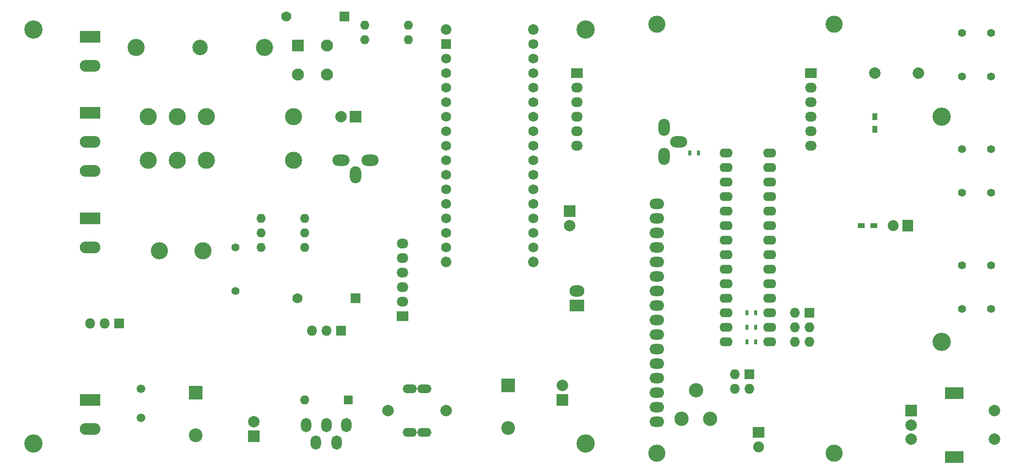
<source format=gbr>
%TF.GenerationSoftware,KiCad,Pcbnew,4.0.5+dfsg1-4*%
%TF.CreationDate,2018-12-31T14:04:09+01:00*%
%TF.ProjectId,HotAirGun,486F7441697247756E2E6B696361645F,rev?*%
%TF.FileFunction,Soldermask,Bot*%
%FSLAX46Y46*%
G04 Gerber Fmt 4.6, Leading zero omitted, Abs format (unit mm)*
G04 Created by KiCad (PCBNEW 4.0.5+dfsg1-4) date Mon Dec 31 14:04:09 2018*
%MOMM*%
%LPD*%
G01*
G04 APERTURE LIST*
%ADD10C,0.100000*%
%ADD11O,2.600000X1.800000*%
%ADD12C,3.000000*%
%ADD13R,3.600000X2.100000*%
%ADD14O,3.600000X2.100000*%
%ADD15C,1.727200*%
%ADD16R,1.727200X1.727200*%
%ADD17C,1.850000*%
%ADD18R,2.400000X2.400000*%
%ADD19C,2.400000*%
%ADD20R,1.800000X1.800000*%
%ADD21O,1.800000X1.800000*%
%ADD22R,1.600000X1.600000*%
%ADD23O,1.600000X1.600000*%
%ADD24C,1.397000*%
%ADD25C,2.100000*%
%ADD26R,2.100000X2.100000*%
%ADD27C,1.778000*%
%ADD28R,1.778000X1.778000*%
%ADD29R,0.500000X0.900000*%
%ADD30C,2.000000*%
%ADD31O,1.800860X2.499360*%
%ADD32O,2.300000X1.600000*%
%ADD33R,3.200000X2.000000*%
%ADD34R,2.000000X2.000000*%
%ADD35R,0.900000X1.200000*%
%ADD36R,1.200000X0.900000*%
%ADD37O,1.998980X2.999740*%
%ADD38O,2.999740X1.998980*%
%ADD39R,2.032000X1.727200*%
%ADD40O,2.032000X1.727200*%
%ADD41O,1.727200X1.727200*%
%ADD42R,2.000000X1.900000*%
%ADD43C,1.900000*%
%ADD44R,1.900000X2.000000*%
%ADD45C,2.499360*%
%ADD46C,2.999740*%
%ADD47O,2.500000X1.524000*%
%ADD48C,2.700000*%
%ADD49C,1.501140*%
%ADD50R,2.600000X2.000000*%
%ADD51O,2.600000X2.000000*%
%ADD52C,3.200000*%
G04 APERTURE END LIST*
D10*
D11*
X167640000Y-129794000D03*
X167640000Y-127254000D03*
X167640000Y-124714000D03*
X167640000Y-122174000D03*
X167640000Y-119634000D03*
X167640000Y-117094000D03*
X167640000Y-114554000D03*
X167640000Y-112014000D03*
X167640000Y-109474000D03*
X167640000Y-106934000D03*
X167640000Y-104394000D03*
X167640000Y-101854000D03*
X167640000Y-99314000D03*
X167640000Y-96774000D03*
X167640000Y-94234000D03*
X167640000Y-91694000D03*
D12*
X167640000Y-135293100D03*
X198640700Y-135293100D03*
X198640700Y-60294520D03*
X167640000Y-60294520D03*
D13*
X68580000Y-125984000D03*
D14*
X68580000Y-131064000D03*
D15*
X146050000Y-63754000D03*
X146050000Y-66294000D03*
X146050000Y-68834000D03*
X146050000Y-71374000D03*
X146050000Y-73914000D03*
X146050000Y-76454000D03*
X146050000Y-78994000D03*
X146050000Y-81534000D03*
X146050000Y-84074000D03*
X146050000Y-86614000D03*
X146050000Y-89154000D03*
X146050000Y-91694000D03*
X146050000Y-94234000D03*
X146050000Y-96774000D03*
X146050000Y-99314000D03*
X130810000Y-99314000D03*
X130810000Y-96774000D03*
X130810000Y-94234000D03*
X130810000Y-91694000D03*
X130810000Y-89154000D03*
X130810000Y-86614000D03*
X130810000Y-84074000D03*
X130810000Y-81534000D03*
X130810000Y-78994000D03*
X130810000Y-76454000D03*
X130810000Y-73914000D03*
X130810000Y-71374000D03*
X130810000Y-68834000D03*
X130810000Y-66294000D03*
D16*
X130810000Y-63754000D03*
D17*
X130810000Y-61214000D03*
X146050000Y-61214000D03*
X130810000Y-101854000D03*
X146050000Y-101854000D03*
D18*
X86995000Y-124714000D03*
D19*
X86995000Y-132214000D03*
D18*
X141605000Y-123444000D03*
D19*
X141605000Y-130944000D03*
D20*
X73660000Y-112649000D03*
D21*
X71120000Y-112649000D03*
X68580000Y-112649000D03*
D22*
X113665000Y-125984000D03*
D23*
X106045000Y-125984000D03*
D12*
X88265000Y-99949000D03*
X80645000Y-99949000D03*
D20*
X112395000Y-113919000D03*
D21*
X109855000Y-113919000D03*
X107315000Y-113919000D03*
D24*
X220980000Y-102489000D03*
X226060000Y-102489000D03*
X220980000Y-110109000D03*
X226060000Y-110109000D03*
X220980000Y-82169000D03*
X226060000Y-82169000D03*
X220980000Y-89789000D03*
X226060000Y-89789000D03*
X220980000Y-61849000D03*
X226060000Y-61849000D03*
X220980000Y-69469000D03*
X226060000Y-69469000D03*
D25*
X109982000Y-69088000D03*
X109982000Y-64008000D03*
D26*
X104902000Y-64008000D03*
D25*
X104902000Y-69088000D03*
D27*
X102870000Y-58928000D03*
D28*
X113030000Y-58928000D03*
D27*
X104775000Y-108204000D03*
D28*
X114935000Y-108204000D03*
D24*
X93980000Y-106934000D03*
X93980000Y-99314000D03*
D29*
X184900000Y-110744000D03*
X183400000Y-110744000D03*
X184900000Y-113284000D03*
X183400000Y-113284000D03*
X184900000Y-115824000D03*
X183400000Y-115824000D03*
D30*
X205750160Y-68834000D03*
X213349840Y-68834000D03*
D13*
X68580000Y-62484000D03*
D14*
X68580000Y-67564000D03*
D13*
X68580000Y-75819000D03*
D14*
X68580000Y-80899000D03*
X68580000Y-85979000D03*
D13*
X68580000Y-94234000D03*
D14*
X68580000Y-99314000D03*
D23*
X106045000Y-99314000D03*
X106045000Y-96774000D03*
X106045000Y-94234000D03*
X98425000Y-94234000D03*
X98425000Y-96774000D03*
X98425000Y-99314000D03*
X116586000Y-60452000D03*
X116586000Y-62992000D03*
X124206000Y-62992000D03*
X124206000Y-60452000D03*
D31*
X109855000Y-130439160D03*
X113355120Y-130439160D03*
X106354880Y-130439160D03*
X108054140Y-133438900D03*
X111655860Y-133438900D03*
D32*
X179705000Y-82804000D03*
X179705000Y-85344000D03*
X179705000Y-87884000D03*
X179705000Y-90424000D03*
X179705000Y-92964000D03*
X179705000Y-95504000D03*
X179705000Y-98044000D03*
X179705000Y-100584000D03*
X179705000Y-103124000D03*
X179705000Y-105664000D03*
X179705000Y-108204000D03*
X179705000Y-110744000D03*
X179705000Y-113284000D03*
X179705000Y-115824000D03*
X187325000Y-115824000D03*
X187325000Y-113284000D03*
X187325000Y-110744000D03*
X187325000Y-108204000D03*
X187325000Y-105664000D03*
X187325000Y-103124000D03*
X187325000Y-100584000D03*
X187325000Y-98044000D03*
X187325000Y-95504000D03*
X187325000Y-92964000D03*
X187325000Y-90424000D03*
X187325000Y-87884000D03*
X187325000Y-85344000D03*
X187325000Y-82804000D03*
D30*
X226590000Y-132889000D03*
X226590000Y-127889000D03*
D33*
X219590000Y-135989000D03*
X219590000Y-124789000D03*
D30*
X212090000Y-132889000D03*
X212090000Y-130389000D03*
D34*
X212090000Y-127889000D03*
D35*
X205740000Y-78697000D03*
X205740000Y-76497000D03*
D36*
X203370000Y-95504000D03*
X205570000Y-95504000D03*
D37*
X114935000Y-86614000D03*
D38*
X117475000Y-84074000D03*
X112395000Y-84074000D03*
D39*
X123190000Y-111379000D03*
D40*
X123190000Y-108839000D03*
X123190000Y-106299000D03*
X123190000Y-103759000D03*
X123190000Y-101219000D03*
X123190000Y-98679000D03*
D39*
X153670000Y-68834000D03*
D40*
X153670000Y-71374000D03*
X153670000Y-73914000D03*
X153670000Y-76454000D03*
X153670000Y-78994000D03*
X153670000Y-81534000D03*
D16*
X183769000Y-121539000D03*
D41*
X181229000Y-121539000D03*
X183769000Y-124079000D03*
X181229000Y-124079000D03*
D39*
X194564000Y-68834000D03*
D40*
X194564000Y-71374000D03*
X194564000Y-73914000D03*
X194564000Y-76454000D03*
X194564000Y-78994000D03*
X194564000Y-81534000D03*
D16*
X194310000Y-110744000D03*
D41*
X191770000Y-110744000D03*
X194310000Y-113284000D03*
X191770000Y-113284000D03*
X194310000Y-115824000D03*
X191770000Y-115824000D03*
D34*
X152400000Y-92964000D03*
D30*
X152400000Y-95504000D03*
D34*
X151130000Y-125984000D03*
D30*
X151130000Y-123444000D03*
D34*
X97155000Y-132334000D03*
D30*
X97155000Y-129794000D03*
D34*
X114935000Y-76454000D03*
D30*
X112395000Y-76454000D03*
D42*
X185420000Y-131699000D03*
D43*
X185420000Y-134239000D03*
D44*
X211455000Y-95504000D03*
D43*
X208915000Y-95504000D03*
D38*
X171450000Y-80899000D03*
D37*
X168910000Y-83439000D03*
X168910000Y-78359000D03*
D45*
X174457360Y-124287280D03*
X176956720Y-129286000D03*
X171958000Y-129286000D03*
D46*
X104140000Y-84074000D03*
X104140000Y-76454000D03*
X88900000Y-76454000D03*
X83820000Y-76454000D03*
X78740000Y-76454000D03*
X88900000Y-84074000D03*
X83820000Y-84074000D03*
X78740000Y-84074000D03*
D47*
X127000000Y-131699000D03*
X124460000Y-131699000D03*
X124460000Y-124079000D03*
X127000000Y-124079000D03*
D30*
X130810000Y-127889000D03*
X120650000Y-127889000D03*
D12*
X99060000Y-64389000D03*
X76560000Y-64389000D03*
D48*
X87810000Y-64389000D03*
D29*
X173367000Y-82804000D03*
X174867000Y-82804000D03*
D49*
X77470000Y-129159000D03*
X77480160Y-124079000D03*
D50*
X153670000Y-109474000D03*
D51*
X153670000Y-106934000D03*
D52*
X155194000Y-61214000D03*
X58674000Y-61214000D03*
X58674000Y-133604000D03*
X155194000Y-133604000D03*
X217424000Y-76454000D03*
X217424000Y-115824000D03*
M02*

</source>
